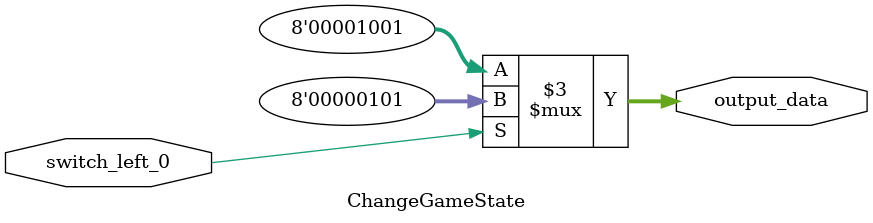
<source format=v>
`timescale 1ns/1ps

module ChangeGameState(
    input switch_left_0,
    output reg [7:0] output_data
);

always@(switch_left_0)
begin
    if(switch_left_0) begin
        output_data = 8'b0000_0101;
    end else begin
        output_data = 8'b0000_1001;
    end
end

endmodule
</source>
